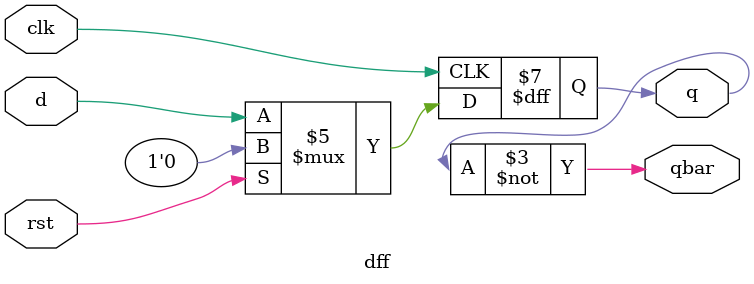
<source format=v>
module dff(input d,clk,rst, output reg q, output qbar);

always @(posedge clk)
begin
if(rst==1'b0)
q <= d;
else
q <= 1'b0;
end

assign qbar = ~q ;

endmodule
</source>
